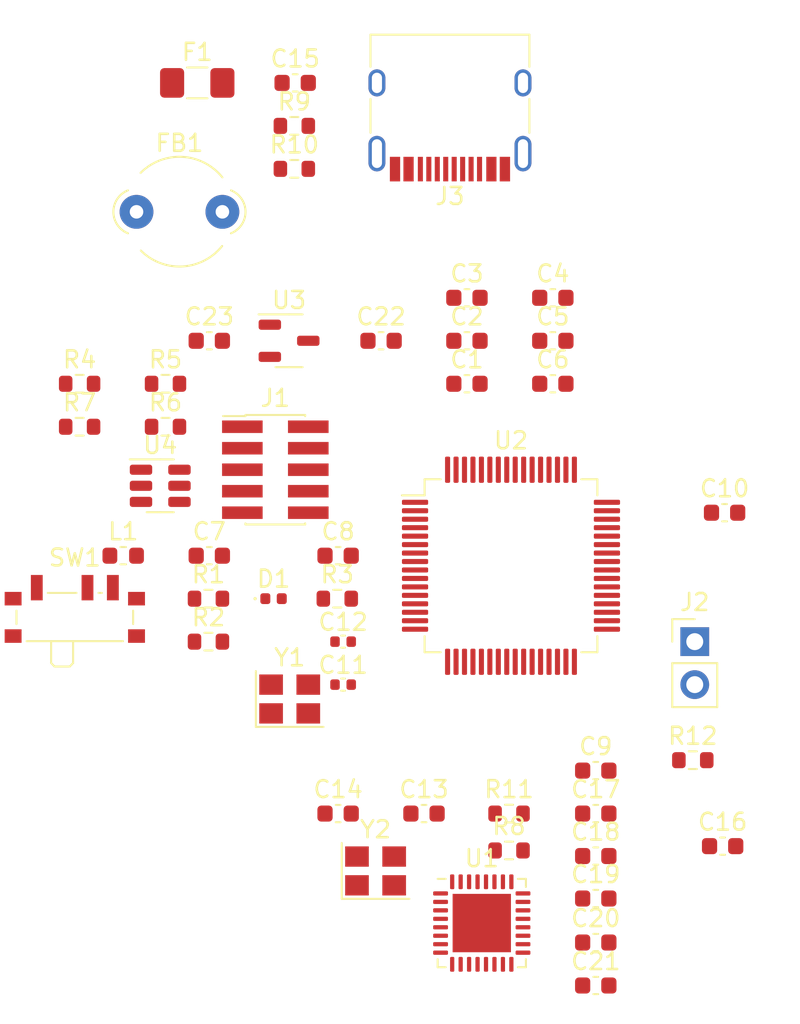
<source format=kicad_pcb>
(kicad_pcb (version 20221018) (generator pcbnew)
  (layers (0 "F.Cu" signal) (31 "B.Cu" signal) (34 "B.Paste" user) (35 "F.Paste" user) (36 "B.SilkS" user "B.Silkscreen") (37 "F.SilkS" user "F.Silkscreen") (38 "B.Mask" user) (39 "F.Mask" user) (44 "Edge.Cuts" user))
  (net 0 "")
  (net 1 "+3V3")
  (net 2 "GND")
  (net 3 "+3.3VA")
  (net 4 "Net-(U2-VCAP_1)")
  (net 5 "Net-(U2-VCAP_2)")
  (net 6 "HSE_IN")
  (net 7 "Net-(C12-Pad1)")
  (net 8 "XI")
  (net 9 "X0")
  (net 10 "+5V")
  (net 11 "Net-(C17-Pad1)")
  (net 12 "Net-(U1-VDDA1.8)")
  (net 13 "Net-(U3-VI)")
  (net 14 "Net-(D1-K)")
  (net 15 "LED_STATUS")
  (net 16 "Net-(F1-Pad2)")
  (net 17 "Net-(J1-Pin_2)")
  (net 18 "Net-(J1-Pin_4)")
  (net 19 "Net-(J1-Pin_6)")
  (net 22 "Net-(J1-Pin_10)")
  (net 23 "USART1_TX")
  (net 24 "USART1_RX")
  (net 25 "Net-(J3-CC1)")
  (net 26 "HS_D+")
  (net 27 "HS_D-")
  (net 28 "Net-(J3-CC2)")
  (net 29 "Net-(SW1-B)")
  (net 30 "BOOT0")
  (net 31 "HSE_OUT")
  (net 32 "NRST")
  (net 33 "SWDIO")
  (net 34 "SWO")
  (net 35 "SWCLK")
  (net 36 "Net-(U1-RBIAS)")
  (net 37 "VBUS")
  (net 41 "ULPI_NXT")
  (net 42 "ULPI_DIR")
  (net 43 "ULPI_STP")
  (net 44 "ULPI_CLK")
  (net 45 "ULPI_D7")
  (net 46 "ULPI_D6")
  (net 47 "ULPI_D5")
  (net 48 "ULPI_D4")
  (net 49 "ULPI_D3")
  (net 50 "ULPI_D2")
  (net 51 "ULPI_D1")
  (net 52 "ULPI_D0")
  (footprint "Package_DFN_QFN:QFN-32-1EP_5x5mm_P0.5mm_EP3.45x3.45mm" (layer "F.Cu") (at 157.5825 133.47)
    (fp_text reference "U1" (at 0 -3.82) (layer "F.SilkS"))
    (fp_text value "USB3300-EZK")
    (fp_line (start -2.61 2.61) (end -2.61 2.135) (stroke (width 0.12)) (layer "F.SilkS"))
    (fp_line (start -2.135 -2.61) (end -2.61 -2.61) (stroke (width 0.12)) (layer "F.SilkS"))
    (fp_line (start -2.135 2.61) (end -2.61 2.61) (stroke (width 0.12)) (layer "F.SilkS"))
    (fp_line (start 2.135 -2.61) (end 2.61 -2.61) (stroke (width 0.12)) (layer "F.SilkS"))
    (fp_line (start 2.135 2.61) (end 2.61 2.61) (stroke (width 0.12)) (layer "F.SilkS"))
    (fp_line (start 2.61 -2.61) (end 2.61 -2.135) (stroke (width 0.12)) (layer "F.SilkS"))
    (fp_line (start 2.61 2.61) (end 2.61 2.135) (stroke (width 0.12)) (layer "F.SilkS"))
    (pad "1" smd roundrect (at -2.4375 -1.75) (size 0.875 0.25) (layers "F.Cu" "F.Paste" "F.Mask") (net 2 "GND"))
    (pad "2" smd roundrect (at -2.4375 -1.25) (size 0.875 0.25) (layers "F.Cu" "F.Paste" "F.Mask") (net 2 "GND"))
    (pad "3" smd roundrect (at -2.4375 -0.75) (size 0.875 0.25) (layers "F.Cu" "F.Paste" "F.Mask"))
    (pad "4" smd roundrect (at -2.4375 -0.25) (size 0.875 0.25) (layers "F.Cu" "F.Paste" "F.Mask") (net 37 "VBUS"))
    (pad "5" smd roundrect (at -2.4375 0.25) (size 0.875 0.25) (layers "F.Cu" "F.Paste" "F.Mask"))
    (pad "6" smd roundrect (at -2.4375 0.75) (size 0.875 0.25) (layers "F.Cu" "F.Paste" "F.Mask") (net 1 "+3V3"))
    (pad "7" smd roundrect (at -2.4375 1.25) (size 0.875 0.25) (layers "F.Cu" "F.Paste" "F.Mask") (net 26 "HS_D+"))
    (pad "8" smd roundrect (at -2.4375 1.75) (size 0.875 0.25) (layers "F.Cu" "F.Paste" "F.Mask") (net 27 "HS_D-"))
    (pad "9" smd roundrect (at -1.75 2.4375) (size 0.25 0.875) (layers "F.Cu" "F.Paste" "F.Mask") (net 2 "GND"))
    (pad "10" smd roundrect (at -1.25 2.4375) (size 0.25 0.875) (layers "F.Cu" "F.Paste" "F.Mask"))
    (pad "11" smd roundrect (at -0.75 2.4375) (size 0.25 0.875) (layers "F.Cu" "F.Paste" "F.Mask") (net 41 "ULPI_NXT"))
    (pad "12" smd roundrect (at -0.25 2.4375) (size 0.25 0.875) (layers "F.Cu" "F.Paste" "F.Mask") (net 42 "ULPI_DIR"))
    (pad "13" smd roundrect (at 0.25 2.4375) (size 0.25 0.875) (layers "F.Cu" "F.Paste" "F.Mask") (net 43 "ULPI_STP"))
    (pad "14" smd roundrect (at 0.75 2.4375) (size 0.25 0.875) (layers "F.Cu" "F.Paste" "F.Mask") (net 44 "ULPI_CLK"))
    (pad "15" smd roundrect (at 1.25 2.4375) (size 0.25 0.875) (layers "F.Cu" "F.Paste" "F.Mask") (net 11 "Net-(C17-Pad1)"))
    (pad "16" smd roundrect (at 1.75 2.4375) (size 0.25 0.875) (layers "F.Cu" "F.Paste" "F.Mask") (net 1 "+3V3"))
    (pad "17" smd roundrect (at 2.4375 1.75) (size 0.875 0.25) (layers "F.Cu" "F.Paste" "F.Mask") (net 45 "ULPI_D7"))
    (pad "18" smd roundrect (at 2.4375 1.25) (size 0.875 0.25) (layers "F.Cu" "F.Paste" "F.Mask") (net 46 "ULPI_D6"))
    (pad "19" smd roundrect (at 2.4375 0.75) (size 0.875 0.25) (layers "F.Cu" "F.Paste" "F.Mask") (net 47 "ULPI_D5"))
    (pad "20" smd roundrect (at 2.4375 0.25) (size 0.875 0.25) (layers "F.Cu" "F.Paste" "F.Mask") (net 48 "ULPI_D4"))
    (pad "21" smd roundrect (at 2.4375 -0.25) (size 0.875 0.25) (layers "F.Cu" "F.Paste" "F.Mask") (net 49 "ULPI_D3"))
    (pad "22" smd roundrect (at 2.4375 -0.75) (size 0.875 0.25) (layers "F.Cu" "F.Paste" "F.Mask") (net 50 "ULPI_D2"))
    (pad "23" smd roundrect (at 2.4375 -1.25) (size 0.875 0.25) (layers "F.Cu" "F.Paste" "F.Mask") (net 51 "ULPI_D1"))
    (pad "24" smd roundrect (at 2.4375 -1.75) (size 0.875 0.25) (layers "F.Cu" "F.Paste" "F.Mask") (net 52 "ULPI_D0"))
    (pad "25" smd roundrect (at 1.75 -2.4375) (size 0.25 0.875) (layers "F.Cu" "F.Paste" "F.Mask") (net 1 "+3V3"))
    (pad "26" smd roundrect (at 1.25 -2.4375) (size 0.25 0.875) (layers "F.Cu" "F.Paste" "F.Mask") (net 11 "Net-(C17-Pad1)"))
    (pad "27" smd roundrect (at 0.75 -2.4375) (size 0.25 0.875) (layers "F.Cu" "F.Paste" "F.Mask") (net 9 "X0"))
    (pad "28" smd roundrect (at 0.25 -2.4375) (size 0.25 0.875) (layers "F.Cu" "F.Paste" "F.Mask") (net 8 "XI"))
    (pad "29" smd roundrect (at -0.25 -2.4375) (size 0.25 0.875) (layers "F.Cu" "F.Paste" "F.Mask") (net 12 "Net-(U1-VDDA1.8)"))
    (pad "30" smd roundrect (at -0.75 -2.4375) (size 0.25 0.875) (layers "F.Cu" "F.Paste" "F.Mask") (net 1 "+3V3"))
    (pad "31" smd roundrect (at -1.25 -2.4375) (size 0.25 0.875) (layers "F.Cu" "F.Paste" "F.Mask") (net 1 "+3V3"))
    (pad "32" smd roundrect (at -1.75 -2.4375) (size 0.25 0.875) (layers "F.Cu" "F.Paste" "F.Mask") (net 36 "Net-(U1-RBIAS)"))
    (pad "33" smd rect (at 0 0) (size 3.45 3.45) (layers "F.Cu" "F.Mask") (net 2 "GND"))
  )
  (footprint "Capacitor_SMD:C_0603_1608Metric" (layer "F.Cu") (at 164.325 127)
    (fp_text reference "C17" (at 0 -1.43) (layer "F.SilkS"))
    (fp_text value "4.7uf")
    (fp_line (start -0.14058 -0.51) (end 0.14058 -0.51) (stroke (width 0.12)) (layer "F.SilkS"))
    (fp_line (start -0.14058 0.51) (end 0.14058 0.51) (stroke (width 0.12)) (layer "F.SilkS"))
    (pad "1" smd roundrect (at -0.775 0) (size 0.9 0.95) (layers "F.Cu" "F.Paste" "F.Mask") (net 11 "Net-(C17-Pad1)"))
    (pad "2" smd roundrect (at 0.775 0) (size 0.9 0.95) (layers "F.Cu" "F.Paste" "F.Mask") (net 2 "GND"))
  )
  (footprint "Resistor_SMD:R_0603_1608Metric" (layer "F.Cu") (at 159.195 129.18)
    (fp_text reference "R8" (at 0 -1.43) (layer "F.SilkS"))
    (fp_text value "1M")
    (fp_line (start -0.237258 -0.5225) (end 0.237258 -0.5225) (stroke (width 0.12)) (layer "F.SilkS"))
    (fp_line (start -0.237258 0.5225) (end 0.237258 0.5225) (stroke (width 0.12)) (layer "F.SilkS"))
    (pad "1" smd roundrect (at -0.825 0) (size 0.8 0.95) (layers "F.Cu" "F.Paste" "F.Mask") (net 9 "X0"))
    (pad "2" smd roundrect (at 0.825 0) (size 0.8 0.95) (layers "F.Cu" "F.Paste" "F.Mask") (net 8 "XI"))
  )
  (footprint "Capacitor_SMD:C_0402_1005Metric" (layer "F.Cu") (at 149.38 116.84)
    (fp_text reference "C12" (at 0 -1.16) (layer "F.SilkS"))
    (fp_text value "12p")
    (fp_line (start -0.107836 -0.36) (end 0.107836 -0.36) (stroke (width 0.12)) (layer "F.SilkS"))
    (fp_line (start -0.107836 0.36) (end 0.107836 0.36) (stroke (width 0.12)) (layer "F.SilkS"))
    (pad "1" smd roundrect (at -0.48 0) (size 0.56 0.62) (layers "F.Cu" "F.Paste" "F.Mask") (net 7 "Net-(C12-Pad1)"))
    (pad "2" smd roundrect (at 0.48 0) (size 0.56 0.62) (layers "F.Cu" "F.Paste" "F.Mask") (net 2 "GND"))
  )
  (footprint "Resistor_SMD:R_0603_1608Metric" (layer "F.Cu") (at 141.415 114.3)
    (fp_text reference "R1" (at 0 -1.43) (layer "F.SilkS"))
    (fp_text value "10K")
    (fp_line (start -0.237258 -0.5225) (end 0.237258 -0.5225) (stroke (width 0.12)) (layer "F.SilkS"))
    (fp_line (start -0.237258 0.5225) (end 0.237258 0.5225) (stroke (width 0.12)) (layer "F.SilkS"))
    (pad "1" smd roundrect (at -0.825 0) (size 0.8 0.95) (layers "F.Cu" "F.Paste" "F.Mask") (net 29 "Net-(SW1-B)"))
    (pad "2" smd roundrect (at 0.825 0) (size 0.8 0.95) (layers "F.Cu" "F.Paste" "F.Mask") (net 30 "BOOT0"))
  )
  (footprint "Crystal:Crystal_SMD_3225-4Pin_3.2x2.5mm" (layer "F.Cu") (at 151.3 130.39)
    (fp_text reference "Y2" (at 0 -2.45) (layer "F.SilkS"))
    (fp_text value "24MHz")
    (fp_line (start -2 -1.65) (end -2 1.65) (stroke (width 0.12)) (layer "F.SilkS"))
    (fp_line (start -2 1.65) (end 2 1.65) (stroke (width 0.12)) (layer "F.SilkS"))
    (pad "1" smd rect (at -1.1 0.85) (size 1.4 1.2) (layers "F.Cu" "F.Paste" "F.Mask") (net 8 "XI"))
    (pad "2" smd rect (at 1.1 0.85) (size 1.4 1.2) (layers "F.Cu" "F.Paste" "F.Mask") (net 2 "GND"))
    (pad "3" smd rect (at 1.1 -0.85) (size 1.4 1.2) (layers "F.Cu" "F.Paste" "F.Mask") (net 9 "X0"))
    (pad "4" smd rect (at -1.1 -0.85) (size 1.4 1.2) (layers "F.Cu" "F.Paste" "F.Mask") (net 2 "GND"))
  )
  (footprint "Resistor_SMD:R_0603_1608Metric" (layer "F.Cu") (at 141.415 116.84)
    (fp_text reference "R2" (at 0 -1.43) (layer "F.SilkS"))
    (fp_text value "47")
    (fp_line (start -0.237258 -0.5225) (end 0.237258 -0.5225) (stroke (width 0.12)) (layer "F.SilkS"))
    (fp_line (start -0.237258 0.5225) (end 0.237258 0.5225) (stroke (width 0.12)) (layer "F.SilkS"))
    (pad "1" smd roundrect (at -0.825 0) (size 0.8 0.95) (layers "F.Cu" "F.Paste" "F.Mask") (net 7 "Net-(C12-Pad1)"))
    (pad "2" smd roundrect (at 0.825 0) (size 0.8 0.95) (layers "F.Cu" "F.Paste" "F.Mask") (net 31 "HSE_OUT"))
  )
  (footprint "Ferrite_THT:LairdTech_28C0236-0JW-10" (layer "F.Cu") (at 137.16 91.44)
    (fp_text reference "FB1" (at 2.54 -4.064) (layer "F.SilkS"))
    (fp_text value "FerriteBead 100@100Mhz")
    (fp_arc (start -0.508 1.27) (mid -1.367832 0) (end -0.508 -1.27) (stroke (width 0.12)) (layer "F.SilkS"))
    (fp_arc (start 0.239932 -2.300068) (mid 2.71988 -3.24781) (end 5.08 -2.032) (stroke (width 0.12)) (layer "F.SilkS"))
    (fp_arc (start 5.064465 2.019572) (mid 2.71878 3.227946) (end 0.254 2.286) (stroke (width 0.12)) (layer "F.SilkS"))
    (fp_arc (start 5.588 -1.27) (mid 6.447832 0) (end 5.588 1.27) (stroke (width 0.12)) (layer "F.SilkS"))
    (pad "1" thru_hole circle (at 0 0) (size 2 2) (drill 0.8) (layers "*.Cu" "*.Mask") (net 16 "Net-(F1-Pad2)"))
    (pad "2" thru_hole circle (at 5.08 0) (size 2 2) (drill 0.8) (layers "*.Cu" "*.Mask") (net 13 "Net-(U3-VI)"))
  )
  (footprint "Capacitor_SMD:C_0402_1005Metric" (layer "F.Cu") (at 149.38 119.38)
    (fp_text reference "C11" (at 0 -1.16) (layer "F.SilkS"))
    (fp_text value "12p")
    (fp_line (start -0.107836 -0.36) (end 0.107836 -0.36) (stroke (width 0.12)) (layer "F.SilkS"))
    (fp_line (start -0.107836 0.36) (end 0.107836 0.36) (stroke (width 0.12)) (layer "F.SilkS"))
    (pad "1" smd roundrect (at -0.48 0) (size 0.56 0.62) (layers "F.Cu" "F.Paste" "F.Mask") (net 6 "HSE_IN"))
    (pad "2" smd roundrect (at 0.48 0) (size 0.56 0.62) (layers "F.Cu" "F.Paste" "F.Mask") (net 2 "GND"))
  )
  (footprint "Resistor_SMD:R_0603_1608Metric" (layer "F.Cu") (at 138.875 101.6)
    (fp_text reference "R5" (at 0 -1.43) (layer "F.SilkS"))
    (fp_text value "22")
    (fp_line (start -0.237258 -0.5225) (end 0.237258 -0.5225) (stroke (width 0.12)) (layer "F.SilkS"))
    (fp_line (start -0.237258 0.5225) (end 0.237258 0.5225) (stroke (width 0.12)) (layer "F.SilkS"))
    (pad "1" smd roundrect (at -0.825 0) (size 0.8 0.95) (layers "F.Cu" "F.Paste" "F.Mask") (net 17 "Net-(J1-Pin_2)"))
    (pad "2" smd roundrect (at 0.825 0) (size 0.8 0.95) (layers "F.Cu" "F.Paste" "F.Mask") (net 33 "SWDIO"))
  )
  (footprint "Capacitor_SMD:C_0603_1608Metric" (layer "F.Cu") (at 154.165 127)
    (fp_text reference "C13" (at 0 -1.43) (layer "F.SilkS"))
    (fp_text value "18p")
    (fp_line (start -0.14058 -0.51) (end 0.14058 -0.51) (stroke (width 0.12)) (layer "F.SilkS"))
    (fp_line (start -0.14058 0.51) (end 0.14058 0.51) (stroke (width 0.12)) (layer "F.SilkS"))
    (pad "1" smd roundrect (at -0.775 0) (size 0.9 0.95) (layers "F.Cu" "F.Paste" "F.Mask") (net 8 "XI"))
    (pad "2" smd roundrect (at 0.775 0) (size 0.9 0.95) (layers "F.Cu" "F.Paste" "F.Mask") (net 2 "GND"))
  )
  (footprint "Capacitor_SMD:C_0603_1608Metric" (layer "F.Cu") (at 141.465 111.76)
    (fp_text reference "C7" (at 0 -1.43) (layer "F.SilkS"))
    (fp_text value "1u")
    (fp_line (start -0.14058 -0.51) (end 0.14058 -0.51) (stroke (width 0.12)) (layer "F.SilkS"))
    (fp_line (start -0.14058 0.51) (end 0.14058 0.51) (stroke (width 0.12)) (layer "F.SilkS"))
    (pad "1" smd roundrect (at -0.775 0) (size 0.9 0.95) (layers "F.Cu" "F.Paste" "F.Mask") (net 3 "+3.3VA"))
    (pad "2" smd roundrect (at 0.775 0) (size 0.9 0.95) (layers "F.Cu" "F.Paste" "F.Mask") (net 2 "GND"))
  )
  (footprint "Connector_USB:USB_C_Receptacle_HRO_TYPE-C-31-M-12" (layer "F.Cu") (at 155.7 84.87 180)
    (fp_text reference "J3" (at 0 -5.645) (layer "F.SilkS"))
    (fp_text value "USB_C_Receptacle_USB2.0_14P")
    (fp_line (start -4.7 -1.9) (end -4.7 0.1) (stroke (width 0.12)) (layer "F.SilkS"))
    (fp_line (start -4.7 2) (end -4.7 3.9) (stroke (width 0.12)) (layer "F.SilkS"))
    (fp_line (start -4.7 3.9) (end 4.7 3.9) (stroke (width 0.12)) (layer "F.SilkS"))
    (fp_line (start 4.7 -1.9) (end 4.7 0.1) (stroke (width 0.12)) (layer "F.SilkS"))
    (fp_line (start 4.7 2) (end 4.7 3.9) (stroke (width 0.12)) (layer "F.SilkS"))
    (pad "" np_thru_hole circle (at -2.89 -2.6 180) (size 0.65 0.65) (drill 0.65) (layers "*.Cu" "*.Mask"))
    (pad "" np_thru_hole circle (at 2.89 -2.6 180) (size 0.65 0.65) (drill 0.65) (layers "*.Cu" "*.Mask"))
    (pad "A1" smd rect (at -3.25 -4.045 180) (size 0.6 1.45) (layers "F.Cu" "F.Paste" "F.Mask") (net 2 "GND"))
    (pad "A4" smd rect (at -2.45 -4.045 180) (size 0.6 1.45) (layers "F.Cu" "F.Paste" "F.Mask") (net 10 "+5V"))
    (pad "A5" smd rect (at -1.25 -4.045 180) (size 0.3 1.45) (layers "F.Cu" "F.Paste" "F.Mask") (net 25 "Net-(J3-CC1)"))
    (pad "A6" smd rect (at -0.25 -4.045 180) (size 0.3 1.45) (layers "F.Cu" "F.Paste" "F.Mask") (net 26 "HS_D+"))
    (pad "A7" smd rect (at 0.25 -4.045 180) (size 0.3 1.45) (layers "F.Cu" "F.Paste" "F.Mask") (net 27 "HS_D-"))
    (pad "A8" smd rect (at 1.25 -4.045 180) (size 0.3 1.45) (layers "F.Cu" "F.Paste" "F.Mask"))
    (pad "A9" smd rect (at 2.45 -4.045 180) (size 0.6 1.45) (layers "F.Cu" "F.Paste" "F.Mask") (net 10 "+5V"))
    (pad "A12" smd rect (at 3.25 -4.045 180) (size 0.6 1.45) (layers "F.Cu" "F.Paste" "F.Mask") (net 2 "GND"))
    (pad "B1" smd rect (at 3.25 -4.045 180) (size 0.6 1.45) (layers "F.Cu" "F.Paste" "F.Mask") (net 2 "GND"))
    (pad "B4" smd rect (at 2.45 -4.045 180) (size 0.6 1.45) (layers "F.Cu" "F.Paste" "F.Mask") (net 10 "+5V"))
    (pad "B5" smd rect (at 1.75 -4.045 180) (size 0.3 1.45) (layers "F.Cu" "F.Paste" "F.Mask") (net 28 "Net-(J3-CC2)"))
    (pad "B6" smd rect (at 0.75 -4.045 180) (size 0.3 1.45) (layers "F.Cu" "F.Paste" "F.Mask") (net 26 "HS_D+"))
    (pad "B7" smd rect (at -0.75 -4.045 180) (size 0.3 1.45) (layers "F.Cu" "F.Paste" "F.Mask") (net 27 "HS_D-"))
    (pad "B8" smd rect (at -1.75 -4.045 180) (size 0.3 1.45) (layers "F.Cu" "F.Paste" "F.Mask"))
    (pad "B9" smd rect (at -2.45 -4.045 180) (size 0.6 1.45) (layers "F.Cu" "F.Paste" "F.Mask") (net 10 "+5V"))
    (pad "B12" smd rect (at -3.25 -4.045 180) (size 0.6 1.45) (layers "F.Cu" "F.Paste" "F.Mask") (net 2 "GND"))
    (pad "S1" thru_hole oval (at -4.32 -3.13 180) (size 1 2.1) (drill oval 0.6 1.7) (layers "*.Cu" "*.Mask") (net 2 "GND"))
    (pad "S1" thru_hole oval (at -4.32 1.05 180) (size 1 1.6) (drill oval 0.6 1.2) (layers "*.Cu" "*.Mask") (net 2 "GND"))
    (pad "S1" thru_hole oval (at 4.32 -3.13 180) (size 1 2.1) (drill oval 0.6 1.7) (layers "*.Cu" "*.Mask") (net 2 "GND"))
    (pad "S1" thru_hole oval (at 4.32 1.05 180) (size 1 1.6) (drill oval 0.6 1.2) (layers "*.Cu" "*.Mask") (net 2 "GND"))
  )
  (footprint "Package_QFP:LQFP-64_10x10mm_P0.5mm" (layer "F.Cu") (at 159.31 112.355)
    (fp_text reference "U2" (at 0 -7.4) (layer "F.SilkS"))
    (fp_text value "STM32F405RGT6")
    (fp_line (start -5.11 -5.11) (end -5.11 -4.16) (stroke (width 0.12)) (layer "F.SilkS"))
    (fp_line (start -5.11 -4.16) (end -6.45 -4.16) (stroke (width 0.12)) (layer "F.SilkS"))
    (fp_line (start -5.11 5.11) (end -5.11 4.16) (stroke (width 0.12)) (layer "F.SilkS"))
    (fp_line (start -4.16 -5.11) (end -5.11 -5.11) (stroke (width 0.12)) (layer "F.SilkS"))
    (fp_line (start -4.16 5.11) (end -5.11 5.11) (stroke (width 0.12)) (layer "F.SilkS"))
    (fp_line (start 4.16 -5.11) (end 5.11 -5.11) (stroke (width 0.12)) (layer "F.SilkS"))
    (fp_line (start 4.16 5.11) (end 5.11 5.11) (stroke (width 0.12)) (layer "F.SilkS"))
    (fp_line (start 5.11 -5.11) (end 5.11 -4.16) (stroke (width 0.12)) (layer "F.SilkS"))
    (fp_line (start 5.11 5.11) (end 5.11 4.16) (stroke (width 0.12)) (layer "F.SilkS"))
    (pad "1" smd roundrect (at -5.675 -3.75) (size 1.55 0.3) (layers "F.Cu" "F.Paste" "F.Mask") (net 1 "+3V3"))
    (pad "2" smd roundrect (at -5.675 -3.25) (size 1.55 0.3) (layers "F.Cu" "F.Paste" "F.Mask"))
    (pad "3" smd roundrect (at -5.675 -2.75) (size 1.55 0.3) (layers "F.Cu" "F.Paste" "F.Mask"))
    (pad "4" smd roundrect (at -5.675 -2.25) (size 1.55 0.3) (layers "F.Cu" "F.Paste" "F.Mask"))
    (pad "5" smd roundrect (at -5.675 -1.75) (size 1.55 0.3) (layers "F.Cu" "F.Paste" "F.Mask") (net 6 "HSE_IN"))
    (pad "6" smd roundrect (at -5.675 -1.25) (size 1.55 0.3) (layers "F.Cu" "F.Paste" "F.Mask") (net 31 "HSE_OUT"))
    (pad "7" smd roundrect (at -5.675 -0.75) (size 1.55 0.3) (layers "F.Cu" "F.Paste" "F.Mask") (net 32 "NRST"))
    (pad "8" smd roundrect (at -5.675 -0.25) (size 1.55 0.3) (layers "F.Cu" "F.Paste" "F.Mask") (net 43 "ULPI_STP"))
    (pad "9" smd roundrect (at -5.675 0.25) (size 1.55 0.3) (layers "F.Cu" "F.Paste" "F.Mask"))
    (pad "10" smd roundrect (at -5.675 0.75) (size 1.55 0.3) (layers "F.Cu" "F.Paste" "F.Mask") (net 42 "ULPI_DIR"))
    (pad "11" smd roundrect (at -5.675 1.25) (size 1.55 0.3) (layers "F.Cu" "F.Paste" "F.Mask") (net 41 "ULPI_NXT"))
    (pad "12" smd roundrect (at -5.675 1.75) (size 1.55 0.3) (layers "F.Cu" "F.Paste" "F.Mask") (net 2 "GND"))
    (pad "13" smd roundrect (at -5.675 2.25) (size 1.55 0.3) (layers "F.Cu" "F.Paste" "F.Mask") (net 3 "+3.3VA"))
    (pad "14" smd roundrect (at -5.675 2.75) (size 1.55 0.3) (layers "F.Cu" "F.Paste" "F.Mask") (net 15 "LED_STATUS"))
    (pad "15" smd roundrect (at -5.675 3.25) (size 1.55 0.3) (layers "F.Cu" "F.Paste" "F.Mask"))
    (pad "16" smd roundrect (at -5.675 3.75) (size 1.55 0.3) (layers "F.Cu" "F.Paste" "F.Mask"))
    (pad "17" smd roundrect (at -3.75 5.675) (size 0.3 1.55) (layers "F.Cu" "F.Paste" "F.Mask") (net 52 "ULPI_D0"))
    (pad "18" smd roundrect (at -3.25 5.675) (size 0.3 1.55) (layers "F.Cu" "F.Paste" "F.Mask") (net 2 "GND"))
    (pad "19" smd roundrect (at -2.75 5.675) (size 0.3 1.55) (layers "F.Cu" "F.Paste" "F.Mask") (net 1 "+3V3"))
    (pad "20" smd roundrect (at -2.25 5.675) (size 0.3 1.55) (layers "F.Cu" "F.Paste" "F.Mask"))
    (pad "21" smd roundrect (at -1.75 5.675) (size 0.3 1.55) (layers "F.Cu" "F.Paste" "F.Mask") (net 44 "ULPI_CLK"))
    (pad "22" smd roundrect (at -1.25 5.675) (size 0.3 1.55) (layers "F.Cu" "F.Paste" "F.Mask"))
    (pad "23" smd roundrect (at -0.75 5.675) (size 0.3 1.55) (layers "F.Cu" "F.Paste" "F.Mask"))
    (pad "24" smd roundrect (at -0.25 5.675) (size 0.3 1.55) (layers "F.Cu" "F.Paste" "F.Mask"))
    (pad "25" smd roundrect (at 0.25 5.675) (size 0.3 1.55) (layers "F.Cu" "F.Paste" "F.Mask"))
    (pad "26" smd roundrect (at 0.75 5.675) (size 0.3 1.55) (layers "F.Cu" "F.Paste" "F.Mask") (net 51 "ULPI_D1"))
    (pad "27" smd roundrect (at 1.25 5.675) (size 0.3 1.55) (layers "F.Cu" "F.Paste" "F.Mask") (net 50 "ULPI_D2"))
    (pad "28" smd roundrect (at 1.75 5.675) (size 0.3 1.55) (layers "F.Cu" "F.Paste" "F.Mask"))
    (pad "29" smd roundrect (at 2.25 5.675) (size 0.3 1.55) (layers "F.Cu" "F.Paste" "F.Mask") (net 49 "ULPI_D3"))
    (pad "30" smd roundrect (at 2.75 5.675) (size 0.3 1.55) (layers "F.Cu" "F.Paste" "F.Mask") (net 48 "ULPI_D4"))
    (pad "31" smd roundrect (at 3.25 5.675) (size 0.3 1.55) (layers "F.Cu" "F.Paste" "F.Mask") (net 4 "Net-(U2-VCAP_1)"))
    (pad "32" smd roundrect (at 3.75 5.675) (size 0.3 1.55) (layers "F.Cu" "F.Paste" "F.Mask") (net 1 "+3V3"))
    (pad "33" smd roundrect (at 5.675 3.75) (size 1.55 0.3) (layers "F.Cu" "F.Paste" "F.Mask") (net 47 "ULPI_D5"))
    (pad "34" smd roundrect (at 5.675 3.25) (size 1.55 0.3) (layers "F.Cu" "F.Paste" "F.Mask") (net 46 "ULPI_D6"))
    (pad "35" smd roundrect (at 5.675 2.75) (size 1.55 0.3) (layers "F.Cu" "F.Paste" "F.Mask"))
    (pad "36" smd roundrect (at 5.675 2.25) (size 1.55 0.3) (layers "F.Cu" "F.Paste" "F.Mask"))
    (pad "37" smd roundrect (at 5.675 1.75) (size 1.55 0.3) (layers "F.Cu" "F.Paste" "F.Mask"))
    (pad "38" smd roundrect (at 5.675 1.25) (size 1.55 0.3) (layers "F.Cu" "F.Paste" "F.Mask"))
    (pad "39" smd roundrect (at 5.675 0.75) (size 1.55 0.3) (layers "F.Cu" "F.Paste" "F.Mask"))
    (pad "40" smd roundrect (at 5.675 0.25) (size 1.55 0.3) (layers "F.Cu" "F.Paste" "F.Mask"))
    (pad "41" smd roundrect (at 5.675 -0.25) (size 1.55 0.3) (layers "F.Cu" "F.Paste" "F.Mask"))
    (pad "42" smd roundrect (at 5.675 -0.75) (size 1.55 0.3) (layers "F.Cu" "F.Paste" "F.Mask") (net 23 "USART1_TX"))
    (pad "43" smd roundrect (at 5.675 -1.25) (size 1.55 0.3) (layers "F.Cu" "F.Paste" "F.Mask") (net 24 "USART1_RX"))
    (pad "44" smd roundrect (at 5.675 -1.75) (size 1.55 0.3) (layers "F.Cu" "F.Paste" "F.Mask"))
    (pad "45" smd roundrect (at 5.675 -2.25) (size 1.55 0.3) (layers "F.Cu" "F.Paste" "F.Mask"))
    (pad "46" smd roundrect (at 5.675 -2.75) (size 1.55 0.3) (layers "F.Cu" "F.Paste" "F.Mask") (net 33 "SWDIO"))
    (pad "47" smd roundrect (at 5.675 -3.25) (size 1.55 0.3) (layers "F.Cu" "F.Paste" "F.Mask") (net 5 "Net-(U2-VCAP_2)"))
    (pad "48" smd roundrect (at 5.675 -3.75) (size 1.55 0.3) (layers "F.Cu" "F.Paste" "F.Mask") (net 1 "+3V3"))
    (pad "49" smd roundrect (at 3.75 -5.675) (size 0.3 1.55) (layers "F.Cu" "F.Paste" "F.Mask") (net 35 "SWCLK"))
    (pad "50" smd roundrect (at 3.25 -5.675) (size 0.3 1.55) (layers "F.Cu" "F.Paste" "F.Mask"))
    (pad "51" smd roundrect (at 2.75 -5.675) (size 0.3 1.55) (layers "F.Cu" "F.Paste" "F.Mask"))
    (pad "52" smd roundrect (at 2.25 -5.675) (size 0.3 1.55) (layers "F.Cu" "F.Paste" "F.Mask"))
    (pad "53" smd roundrect (at 1.75 -5.675) (size 0.3 1.55) (layers "F.Cu" "F.Paste" "F.Mask"))
    (pad "54" smd roundrect (at 1.25 -5.675) (size 0.3 1.55) (layers "F.Cu" "F.Paste" "F.Mask"))
    (pad "55" smd roundrect (at 0.75 -5.675) (size 0.3 1.55) (layers "F.Cu" "F.Paste" "F.Mask") (net 34 "SWO"))
    (pad "56" smd roundrect (at 0.25 -5.675) (size 0.3 1.55) (layers "F.Cu" "F.Paste" "F.Mask"))
    (pad "57" smd roundrect (at -0.25 -5.675) (size 0.3 1.55) (layers "F.Cu" "F.Paste" "F.Mask") (net 45 "ULPI_D7"))
    (pad "58" smd roundrect (at -0.75 -5.675) (size 0.3 1.55) (layers "F.Cu" "F.Paste" "F.Mask"))
    (pad "59" smd roundrect (at -1.25 -5.675) (size 0.3 1.55) (layers "F.Cu" "F.Paste" "F.Mask"))
    (pad "60" smd roundrect (at -1.75 -5.675) (size 0.3 1.55) (layers "F.Cu" "F.Paste" "F.Mask") (net 30 "BOOT0"))
    (pad "61" smd roundrect (at -2.25 -5.675) (size 0.3 1.55) (layers "F.Cu" "F.Paste" "F.Mask"))
    (pad "62" smd roundrect (at -2.75 -5.675) (size 0.3 1.55) (layers "F.Cu" "F.Paste" "F.Mask"))
    (pad "63" smd roundrect (at -3.25 -5.675) (size 0.3 1.55) (layers "F.Cu" "F.Paste" "F.Mask") (net 2 "GND"))
    (pad "64" smd roundrect (at -3.75 -5.675) (size 0.3 1.55) (layers "F.Cu" "F.Paste" "F.Mask") (net 1 "+3V3"))
  )
  (footprint "Resistor_SMD:R_0603_1608Metric" (layer "F.Cu") (at 149.035 114.3)
    (fp_text reference "R3" (at 0 -1.43) (layer "F.SilkS"))
    (fp_text value "1k5")
    (fp_line (start -0.237258 -0.5225) (end 0.237258 -0.5225) (stroke (width 0.12)) (layer "F.SilkS"))
    (fp_line (start -0.237258 0.5225) (end 0.237258 0.5225) (stroke (width 0.12)) (layer "F.SilkS"))
    (pad "1" smd roundrect (at -0.825 0) (size 0.8 0.95) (layers "F.Cu" "F.Paste" "F.Mask") (net 14 "Net-(D1-K)"))
    (pad "2" smd roundrect (at 0.825 0) (size 0.8 0.95) (layers "F.Cu" "F.Paste" "F.Mask") (net 2 "GND"))
  )
  (footprint "Capacitor_SMD:C_0603_1608Metric" (layer "F.Cu") (at 156.705 96.52)
    (fp_text reference "C3" (at 0 -1.43) (layer "F.SilkS"))
    (fp_text value "100n")
    (fp_line (start -0.14058 -0.51) (end 0.14058 -0.51) (stroke (width 0.12)) (layer "F.SilkS"))
    (fp_line (start -0.14058 0.51) (end 0.14058 0.51) (stroke (width 0.12)) (layer "F.SilkS"))
    (pad "1" smd roundrect (at -0.775 0) (size 0.9 0.95) (layers "F.Cu" "F.Paste" "F.Mask") (net 1 "+3V3"))
    (pad "2" smd roundrect (at 0.775 0) (size 0.9 0.95) (layers "F.Cu" "F.Paste" "F.Mask") (net 2 "GND"))
  )
  (footprint "Capacitor_SMD:C_0603_1608Metric" (layer "F.Cu") (at 149.085 127)
    (fp_text reference "C14" (at 0 -1.43) (layer "F.SilkS"))
    (fp_text value "18p")
    (fp_line (start -0.14058 -0.51) (end 0.14058 -0.51) (stroke (width 0.12)) (layer "F.SilkS"))
    (fp_line (start -0.14058 0.51) (end 0.14058 0.51) (stroke (width 0.12)) (layer "F.SilkS"))
    (pad "1" smd roundrect (at -0.775 0) (size 0.9 0.95) (layers "F.Cu" "F.Paste" "F.Mask") (net 9 "X0"))
    (pad "2" smd roundrect (at 0.775 0) (size 0.9 0.95) (layers "F.Cu" "F.Paste" "F.Mask") (net 2 "GND"))
  )
  (footprint "Resistor_SMD:R_0603_1608Metric" (layer "F.Cu") (at 170.065 123.845)
    (fp_text reference "R12" (at 0 -1.43) (layer "F.SilkS"))
    (fp_text value "510R")
    (fp_line (start -0.237258 -0.5225) (end 0.237258 -0.5225) (stroke (width 0.12)) (layer "F.SilkS"))
    (fp_line (start -0.237258 0.5225) (end 0.237258 0.5225) (stroke (width 0.12)) (layer "F.SilkS"))
    (pad "1" smd roundrect (at -0.825 0) (size 0.8 0.95) (layers "F.Cu" "F.Paste" "F.Mask") (net 10 "+5V"))
    (pad "2" smd roundrect (at 0.825 0) (size 0.8 0.95) (layers "F.Cu" "F.Paste" "F.Mask") (net 37 "VBUS"))
  )
  (footprint "Package_TO_SOT_SMD:SOT-23-3" (layer "F.Cu") (at 146.1825 99.06)
    (fp_text reference "U3" (at 0 -2.4) (layer "F.SilkS"))
    (fp_text value "XC6206PxxxMR")
    (fp_line (start 0 -1.56) (end -1.8 -1.56) (stroke (width 0.12)) (layer "F.SilkS"))
    (fp_line (start 0 -1.56) (end 0.8 -1.56) (stroke (width 0.12)) (layer "F.SilkS"))
    (fp_line (start 0 1.56) (end -0.8 1.56) (stroke (width 0.12)) (layer "F.SilkS"))
    (fp_line (start 0 1.56) (end 0.8 1.56) (stroke (width 0.12)) (layer "F.SilkS"))
    (pad "1" smd roundrect (at -1.1375 -0.95) (size 1.325 0.6) (layers "F.Cu" "F.Paste" "F.Mask") (net 2 "GND"))
    (pad "2" smd roundrect (at -1.1375 0.95) (size 1.325 0.6) (layers "F.Cu" "F.Paste" "F.Mask") (net 1 "+3V3"))
    (pad "3" smd roundrect (at 1.1375 0) (size 1.325 0.6) (layers "F.Cu" "F.Paste" "F.Mask") (net 13 "Net-(U3-VI)"))
  )
  (footprint "LED_SMD:LED_0402_1005Metric" (layer "F.Cu") (at 145.265 114.3)
    (fp_text reference "D1" (at 0 -1.17) (layer "F.SilkS"))
    (fp_text value "LED")
    (fp_circle (center -1.09 0) (end -1.04 0) (stroke (width 0.1)) (fill none) (layer "F.SilkS"))
    (pad "1" smd roundrect (at -0.485 0) (size 0.59 0.64) (layers "F.Cu" "F.Paste" "F.Mask") (net 14 "Net-(D1-K)"))
    (pad "2" smd roundrect (at 0.485 0) (size 0.59 0.64) (layers "F.Cu" "F.Paste" "F.Mask") (net 15 "LED_STATUS"))
  )
  (footprint "Capacitor_SMD:C_0603_1608Metric" (layer "F.Cu") (at 164.325 129.51)
    (fp_text reference "C18" (at 0 -1.43) (layer "F.SilkS"))
    (fp_text value "0.1uf")
    (fp_line (start -0.14058 -0.51) (end 0.14058 -0.51) (stroke (width 0.12)) (layer "F.SilkS"))
    (fp_line (start -0.14058 0.51) (end 0.14058 0.51) (stroke (width 0.12)) (layer "F.SilkS"))
    (pad "1" smd roundrect (at -0.775 0) (size 0.9 0.95) (layers "F.Cu" "F.Paste" "F.Mask") (net 11 "Net-(C17-Pad1)"))
    (pad "2" smd roundrect (at 0.775 0) (size 0.9 0.95) (layers "F.Cu" "F.Paste" "F.Mask") (net 2 "GND"))
  )
  (footprint "Capacitor_SMD:C_0603_1608Metric" (layer "F.Cu") (at 156.705 99.06)
    (fp_text reference "C2" (at 0 -1.43) (layer "F.SilkS"))
    (fp_text value "100n")
    (fp_line (start -0.14058 -0.51) (end 0.14058 -0.51) (stroke (width 0.12)) (layer "F.SilkS"))
    (fp_line (start -0.14058 0.51) (end 0.14058 0.51) (stroke (width 0.12)) (layer "F.SilkS"))
    (pad "1" smd roundrect (at -0.775 0) (size 0.9 0.95) (layers "F.Cu" "F.Paste" "F.Mask") (net 1 "+3V3"))
    (pad "2" smd roundrect (at 0.775 0) (size 0.9 0.95) (layers "F.Cu" "F.Paste" "F.Mask") (net 2 "GND"))
  )
  (footprint "Fuse:Fuse_1206_3216Metric_Pad1.42x1.75mm_HandSolder" (layer "F.Cu") (at 140.7525 83.82)
    (fp_text reference "F1" (at 0 -1.82) (layer "F.SilkS"))
    (fp_text value "Fuse")
    (fp_line (start -0.602064 -0.91) (end 0.602064 -0.91) (stroke (width 0.12)) (layer "F.SilkS"))
    (fp_line (start -0.602064 0.91) (end 0.602064 0.91) (stroke (width 0.12)) (layer "F.SilkS"))
    (pad "1" smd roundrect (at -1.4875 0) (size 1.425 1.75) (layers "F.Cu" "F.Paste" "F.Mask") (roundrect_rratio 0.175439) (net 10 "+5V"))
    (pad "2" smd roundrect (at 1.4875 0) (size 1.425 1.75) (layers "F.Cu" "F.Paste" "F.Mask") (roundrect_rratio 0.175439) (net 16 "Net-(F1-Pad2)"))
  )
  (footprint "Capacitor_SMD:C_0603_1608Metric" (layer "F.Cu") (at 151.625 99.06)
    (fp_text reference "C22" (at 0 -1.43) (layer "F.SilkS"))
    (fp_text value "10u")
    (fp_line (start -0.14058 -0.51) (end 0.14058 -0.51) (stroke (width 0.12)) (layer "F.SilkS"))
    (fp_line (start -0.14058 0.51) (end 0.14058 0.51) (stroke (width 0.12)) (layer "F.SilkS"))
    (pad "1" smd roundrect (at -0.775 0) (size 0.9 0.95) (layers "F.Cu" "F.Paste" "F.Mask") (net 1 "+3V3"))
    (pad "2" smd roundrect (at 0.775 0) (size 0.9 0.95) (layers "F.Cu" "F.Paste" "F.Mask") (net 2 "GND"))
  )
  (footprint "Resistor_SMD:R_0603_1608Metric" (layer "F.Cu") (at 159.195 127)
    (fp_text reference "R11" (at 0 -1.43) (layer "F.SilkS"))
    (fp_text value "12k")
    (fp_line (start -0.237258 -0.5225) (end 0.237258 -0.5225) (stroke (width 0.12)) (layer "F.SilkS"))
    (fp_line (start -0.237258 0.5225) (end 0.237258 0.5225) (stroke (width 0.12)) (layer "F.SilkS"))
    (pad "1" smd roundrect (at -0.825 0) (size 0.8 0.95) (layers "F.Cu" "F.Paste" "F.Mask") (net 36 "Net-(U1-RBIAS)"))
    (pad "2" smd roundrect (at 0.825 0) (size 0.8 0.95) (layers "F.Cu" "F.Paste" "F.Mask") (net 2 "GND"))
  )
  (footprint "Resistor_SMD:R_0603_1608Metric" (layer "F.Cu") (at 133.795 101.6)
    (fp_text reference "R4" (at 0 -1.43) (layer "F.SilkS"))
    (fp_text value "22")
    (fp_line (start -0.237258 -0.5225) (end 0.237258 -0.5225) (stroke (width 0.12)) (layer "F.SilkS"))
    (fp_line (start -0.237258 0.5225) (end 0.237258 0.5225) (stroke (width 0.12)) (layer "F.SilkS"))
    (pad "1" smd roundrect (at -0.825 0) (size 0.8 0.95) (layers "F.Cu" "F.Paste" "F.Mask") (net 32 "NRST"))
    (pad "2" smd roundrect (at 0.825 0) (size 0.8 0.95) (layers "F.Cu" "F.Paste" "F.Mask") (net 22 "Net-(J1-Pin_10)"))
  )
  (footprint "Capacitor_SMD:C_0603_1608Metric" (layer "F.Cu") (at 171.83 128.925)
    (fp_text reference "C16" (at 0 -1.43) (layer "F.SilkS"))
    (fp_text value "4.7uf")
    (fp_line (start -0.14058 -0.51) (end 0.14058 -0.51) (stroke (width 0.12)) (layer "F.SilkS"))
    (fp_line (start -0.14058 0.51) (end 0.14058 0.51) (stroke (width 0.12)) (layer "F.SilkS"))
    (pad "1" smd roundrect (at -0.775 0) (size 0.9 0.95) (layers "F.Cu" "F.Paste" "F.Mask") (net 10 "+5V"))
    (pad "2" smd roundrect (at 0.775 0) (size 0.9 0.95) (layers "F.Cu" "F.Paste" "F.Mask") (net 2 "GND"))
  )
  (footprint "Crystal:Crystal_SMD_3225-4Pin_3.2x2.5mm" (layer "F.Cu") (at 146.22 120.23)
    (fp_text reference "Y1" (at 0 -2.45) (layer "F.SilkS"))
    (fp_text value "16MHz")
    (fp_line (start -2 -1.65) (end -2 1.65) (stroke (width 0.12)) (layer "F.SilkS"))
    (fp_line (start -2 1.65) (end 2 1.65) (stroke (width 0.12)) (layer "F.SilkS"))
    (pad "1" smd rect (at -1.1 0.85) (size 1.4 1.2) (layers "F.Cu" "F.Paste" "F.Mask") (net 6 "HSE_IN"))
    (pad "2" smd rect (at 1.1 0.85) (size 1.4 1.2) (layers "F.Cu" "F.Paste" "F.Mask") (net 2 "GND"))
    (pad "3" smd rect (at 1.1 -0.85) (size 1.4 1.2) (layers "F.Cu" "F.Paste" "F.Mask") (net 7 "Net-(C12-Pad1)"))
    (pad "4" smd rect (at -1.1 -0.85) (size 1.4 1.2) (layers "F.Cu" "F.Paste" "F.Mask") (net 2 "GND"))
  )
  (footprint "Resistor_SMD:R_0603_1608Metric" (layer "F.Cu") (at 146.495 86.36)
    (fp_text reference "R9" (at 0 -1.43) (layer "F.SilkS"))
    (fp_text value "5k1")
    (fp_line (start -0.237258 -0.5225) (end 0.237258 -0.5225) (stroke (width 0.12)) (layer "F.SilkS"))
    (fp_line (start -0.237258 0.5225) (end 0.237258 0.5225) (stroke (width 0.12)) (layer "F.SilkS"))
    (pad "1" smd roundrect (at -0.825 0) (size 0.8 0.95) (layers "F.Cu" "F.Paste" "F.Mask") (net 2 "GND"))
    (pad "2" smd roundrect (at 0.825 0) (size 0.8 0.95) (layers "F.Cu" "F.Paste" "F.Mask") (net 25 "Net-(J3-CC1)"))
  )
  (footprint "Connector_PinHeader_2.54mm:PinHeader_1x02_P2.54mm_Vertical" (layer "F.Cu") (at 170.18 116.84)
    (fp_text reference "J2" (at 0 -2.33) (layer "F.SilkS"))
    (fp_text value "Conn_01x02_Pin")
    (fp_line (start -1.33 -1.33) (end 0 -1.33) (stroke (width 0.12)) (layer "F.SilkS"))
    (fp_line (start -1.33 0) (end -1.33 -1.33) (stroke (width 0.12)) (layer "F.SilkS"))
    (fp_line (start -1.33 1.27) (end -1.33 3.87) (stroke (width 0.12)) (layer "F.SilkS"))
    (fp_line (start -1.33 1.27) (end 1.33 1.27) (stroke (width 0.12)) (layer "F.SilkS"))
    (fp_line (start -1.33 3.87) (end 1.33 3.87) (stroke (width 0.12)) (layer "F.SilkS"))
    (fp_line (start 1.33 1.27) (end 1.33 3.87) (stroke (width 0.12)) (layer "F.SilkS"))
    (pad "1" thru_hole rect (at 0 0) (size 1.7 1.7) (drill 1) (layers "*.Cu" "*.Mask") (net 23 "USART1_TX"))
    (pad "2" thru_hole oval (at 0 2.54) (size 1.7 1.7) (drill 1) (layers "*.Cu" "*.Mask") (net 24 "USART1_RX"))
  )
  (footprint "Resistor_SMD:R_0603_1608Metric" (layer "F.Cu") (at 138.875 104.14)
    (fp_text reference "R6" (at 0 -1.43) (layer "F.SilkS"))
    (fp_text value "22")
    (fp_line (start -0.237258 -0.5225) (end 0.237258 -0.5225) (stroke (width 0.12)) (layer "F.SilkS"))
    (fp_line (start -0.237258 0.5225) (end 0.237258 0.5225) (stroke (width 0.12)) (layer "F.SilkS"))
    (pad "1" smd roundrect (at -0.825 0) (size 0.8 0.95) (layers "F.Cu" "F.Paste" "F.Mask") (net 19 "Net-(J1-Pin_6)"))
    (pad "2" smd roundrect (at 0.825 0) (size 0.8 0.95) (layers "F.Cu" "F.Paste" "F.Mask") (net 34 "SWO"))
  )
  (footprint "Capacitor_SMD:C_0603_1608Metric" (layer "F.Cu") (at 164.325 124.46)
    (fp_text reference "C9" (at 0 -1.43) (layer "F.SilkS"))
    (fp_text value "2u2")
    (fp_line (start -0.14058 -0.51) (end 0.14058 -0.51) (stroke (width 0.12)) (layer "F.SilkS"))
    (fp_line (start -0.14058 0.51) (end 0.14058 0.51) (stroke (width 0.12)) (layer "F.SilkS"))
    (pad "1" smd roundrect (at -0.775 0) (size 0.9 0.95) (layers "F.Cu" "F.Paste" "F.Mask") (net 4 "Net-(U2-VCAP_1)"))
    (pad "2" smd roundrect (at 0.775 0) (size 0.9 0.95) (layers "F.Cu" "F.Paste" "F.Mask") (net 2 "GND"))
  )
  (footprint "Capacitor_SMD:C_0603_1608Metric" (layer "F.Cu") (at 164.325 137.16)
    (fp_text reference "C21" (at 0 -1.43) (layer "F.SilkS"))
    (fp_text value "0.1uf")
    (fp_line (start -0.14058 -0.51) (end 0.14058 -0.51) (stroke (width 0.12)) (layer "F.SilkS"))
    (fp_line (start -0.14058 0.51) (end 0.14058 0.51) (stroke (width 0.12)) (layer "F.SilkS"))
    (pad "1" smd roundrect (at -0.775 0) (size 0.9 0.95) (layers "F.Cu" "F.Paste" "F.Mask") (net 12 "Net-(U1-VDDA1.8)"))
    (pad "2" smd roundrect (at 0.775 0) (size 0.9 0.95) (layers "F.Cu" "F.Paste" "F.Mask") (net 2 "GND"))
  )
  (footprint "Capacitor_SMD:C_0603_1608Metric" (layer "F.Cu") (at 161.785 101.6)
    (fp_text reference "C6" (at 0 -1.43) (layer "F.SilkS"))
    (fp_text value "100n")
    (fp_line (start -0.14058 -0.51) (end 0.14058 -0.51) (stroke (width 0.12)) (layer "F.SilkS"))
    (fp_line (start -0.14058 0.51) (end 0.14058 0.51) (stroke (width 0.12)) (layer "F.SilkS"))
    (pad "1" smd roundrect (at -0.775 0) (size 0.9 0.95) (layers "F.Cu" "F.Paste" "F.Mask") (net 1 "+3V3"))
    (pad "2" smd roundrect (at 0.775 0) (size 0.9 0.95) (layers "F.Cu" "F.Paste" "F.Mask") (net 2 "GND"))
  )
  (footprint "Connector_PinHeader_1.27mm:PinHeader_2x05_P1.27mm_Vertical_SMD" (layer "F.Cu") (at 145.37 106.68)
    (fp_text reference "J1" (at 0 -4.235) (layer "F.SilkS"))
    (fp_text value "SWD")
    (fp_line (start -3.09 -3.17) (end -1.765 -3.17) (stroke (width 0.12)) (layer "F.SilkS"))
    (fp_line (start -1.765 -3.235) (end -1.765 -3.17) (stroke (width 0.12)) (layer "F.SilkS"))
    (fp_line (start -1.765 -3.235) (end 1.765 -3.235) (stroke (width 0.12)) (layer "F.SilkS"))
    (fp_line (start -1.765 3.17) (end -1.765 3.235) (stroke (width 0.12)) (layer "F.SilkS"))
    (fp_line (start -1.765 3.235) (end 1.765 3.235) (stroke (width 0.12)) (layer "F.SilkS"))
    (fp_line (start 1.765 -3.235) (end 1.765 -3.17) (stroke (width 0.12)) (layer "F.SilkS"))
    (fp_line (start 1.765 3.17) (end 1.765 3.235) (stroke (width 0.12)) (layer "F.SilkS"))
    (pad "1" smd rect (at -1.95 -2.54) (size 2.4 0.74) (layers "F.Cu" "F.Paste" "F.Mask") (net 1 "+3V3"))
    (pad "2" smd rect (at 1.95 -2.54) (size 2.4 0.74) (layers "F.Cu" "F.Paste" "F.Mask") (net 17 "Net-(J1-Pin_2)"))
    (pad "3" smd rect (at -1.95 -1.27) (size 2.4 0.74) (layers "F.Cu" "F.Paste" "F.Mask") (net 2 "GND"))
    (pad "4" smd rect (at 1.95 -1.27) (size 2.4 0.74) (layers "F.Cu" "F.Paste" "F.Mask") (net 18 "Net-(J1-Pin_4)"))
    (pad "5" smd rect (at -1.95 0) (size 2.4 0.74) (layers "F.Cu" "F.Paste" "F.Mask") (net 2 "GND"))
    (pad "6" smd rect (at 1.95 0) (size 2.4 0.74) (layers "F.Cu" "F.Paste" "F.Mask") (net 19 "Net-(J1-Pin_6)"))
    (pad "7" smd rect (at -1.95 1.27) (size 2.4 0.74) (layers "F.Cu" "F.Paste" "F.Mask"))
    (pad "8" smd rect (at 1.95 1.27) (size 2.4 0.74) (layers "F.Cu" "F.Paste" "F.Mask"))
    (pad "9" smd rect (at -1.95 2.54) (size 2.4 0.74) (layers "F.Cu" "F.Paste" "F.Mask") (net 2 "GND"))
    (pad "10" smd rect (at 1.95 2.54) (size 2.4 0.74) (layers "F.Cu" "F.Paste" "F.Mask") (net 22 "Net-(J1-Pin_10)"))
  )
  (footprint "Capacitor_SMD:C_0603_1608Metric" (layer "F.Cu") (at 161.785 96.52)
    (fp_text reference "C4" (at 0 -1.43) (layer "F.SilkS"))
    (fp_text value "100n")
    (fp_line (start -0.14058 -0.51) (end 0.14058 -0.51) (stroke (width 0.12)) (layer "F.SilkS"))
    (fp_line (start -0.14058 0.51) (end 0.14058 0.51) (stroke (width 0.12)) (layer "F.SilkS"))
    (pad "1" smd roundrect (at -0.775 0) (size 0.9 0.95) (layers "F.Cu" "F.Paste" "F.Mask") (net 1 "+3V3"))
    (pad "2" smd roundrect (at 0.775 0) (size 0.9 0.95) (layers "F.Cu" "F.Paste" "F.Mask") (net 2 "GND"))
  )
  (footprint "Capacitor_SMD:C_0603_1608Metric" (layer "F.Cu") (at 171.945 109.22)
    (fp_text reference "C10" (at 0 -1.43) (layer "F.SilkS"))
    (fp_text value "2u2")
    (fp_line (start -0.14058 -0.51) (end 0.14058 -0.51) (stroke (width 0.12)) (layer "F.SilkS"))
    (fp_line (start -0.14058 0.51) (end 0.14058 0.51) (stroke (width 0.12)) (layer "F.SilkS"))
    (pad "1" smd roundrect (at -0.775 0) (size 0.9 0.95) (layers "F.Cu" "F.Paste" "F.Mask") (net 5 "Net-(U2-VCAP_2)"))
    (pad "2" smd roundrect (at 0.775 0) (size 0.9 0.95) (layers "F.Cu" "F.Paste" "F.Mask") (net 2 "GND"))
  )
  (footprint "Button_Switch_SMD:SW_SPDT_PCM12" (layer "F.Cu") (at 133.51 115.08)
    (fp_text reference "SW1" (at 0 -3.2) (layer "F.SilkS"))
    (fp_text value "SW_SPDT")
    (fp_line (start -3.45 -0.07) (end -3.45 0.72) (stroke (width 0.12)) (layer "F.SilkS"))
    (fp_line (start -2.85 1.73) (end 2.85 1.73) (stroke (width 0.12)) (layer "F.SilkS"))
    (fp_line (start -1.6 -1.12) (end 0.1 -1.12) (stroke (width 0.12)) (layer "F.SilkS"))
    (fp_line (start -1.4 1.73) (end -1.4 3.02) (stroke (width 0.12)) (layer "F.SilkS"))
    (fp_line (start -1.4 3.02) (end -1.2 3.23) (stroke (width 0.12)) (layer "F.SilkS"))
    (fp_line (start -1.2 3.23) (end -0.3 3.23) (stroke (width 0.12)) (layer "F.SilkS"))
    (fp_line (start -0.1 3.02) (end -0.3 3.23) (stroke (width 0.12)) (layer "F.SilkS"))
    (fp_line (start -0.1 3.02) (end -0.1 1.73) (stroke (width 0.12)) (layer "F.SilkS"))
    (fp_line (start 1.4 -1.12) (end 1.6 -1.12) (stroke (width 0.12)) (layer "F.SilkS"))
    (fp_line (start 3.45 0.72) (end 3.45 -0.07) (stroke (width 0.12)) (layer "F.SilkS"))
    (pad "" smd rect (at -3.65 -0.78) (size 1 0.8) (layers "F.Cu" "F.Paste" "F.Mask"))
    (pad "" smd rect (at -3.65 1.43) (size 1 0.8) (layers "F.Cu" "F.Paste" "F.Mask"))
    (pad "" np_thru_hole circle (at -1.5 0.33) (size 0.9 0.9) (drill 0.9) (layers "*.Cu" "*.Mask"))
    (pad "" np_thru_hole circle (at 1.5 0.33) (size 0.9 0.9) (drill 0.9) (layers "*.Cu" "*.Mask"))
    (pad "" smd rect (at 3.65 -0.78) (size 1 0.8) (layers "F.Cu" "F.Paste" "F.Mask"))
    (pad "" smd rect (at 3.65 1.43) (size 1 0.8) (layers "F.Cu" "F.Paste" "F.Mask"))
    (pad "1" smd rect (at -2.25 -1.43) (size 0.7 1.5) (layers "F.Cu" "F.Paste" "F.Mask") (net 1 "+3V3"))
    (pad "2" smd rect (at 0.75 -1.43) (size 0.7 1.5) (layers "F.Cu" "F.Paste" "F.Mask") (net 29 "Net-(SW1-B)"))
    (pad "3" smd rect (at 2.25 -1.43) (size 0.7 1.5) (layers "F.Cu" "F.Paste" "F.Mask") (net 2 "GND"))
  )
  (footprint "Resistor_SMD:R_0603_1608Metric" (layer "F.Cu") (at 146.495 88.9)
    (fp_text reference "R10" (at 0 -1.43) (layer "F.SilkS"))
    (fp_text value "5k1")
    (fp_line (start -0.237258 -0.5225) (end 0.237258 -0.5225) (stroke (width 0.12)) (layer "F.SilkS"))
    (fp_line (start -0.237258 0.5225) (end 0.237258 0.5225) (stroke (width 0.12)) (layer "F.SilkS"))
    (pad "1" smd roundrect (at -0.825 0) (size 0.8 0.95) (layers "F.Cu" "F.Paste" "F.Mask") (net 2 "GND"))
    (pad "2" smd roundrect (at 0.825 0) (size 0.8 0.95) (layers "F.Cu" "F.Paste" "F.Mask") (net 28 "Net-(J3-CC2)"))
  )
  (footprint "Capacitor_SMD:C_0603_1608Metric" (layer "F.Cu") (at 141.465 99.06)
    (fp_text reference "C23" (at 0 -1.43) (layer "F.SilkS"))
    (fp_text value "10u")
    (fp_line (start -0.14058 -0.51) (end 0.14058 -0.51) (stroke (width 0.12)) (layer "F.SilkS"))
    (fp_line (start -0.14058 0.51) (end 0.14058 0.51) (stroke (width 0.12)) (layer "F.SilkS"))
    (pad "1" smd roundrect (at -0.775 0) (size 0.9 0.95) (layers "F.Cu" "F.Paste" "F.Mask") (net 13 "Net-(U3-VI)"))
    (pad "2" smd roundrect (at 0.775 0) (size 0.9 0.95) (layers "F.Cu" "F.Paste" "F.Mask") (net 2 "GND"))
  )
  (footprint "Resistor_SMD:R_0603_1608Metric" (layer "F.Cu") (at 133.795 104.14)
    (fp_text reference "R7" (at 0 -1.43) (layer "F.SilkS"))
    (fp_text value "22")
    (fp_line (start -0.237258 -0.5225) (end 0.237258 -0.5225) (stroke (width 0.12)) (layer "F.SilkS"))
    (fp_line (start -0.237258 0.5225) (end 0.237258 0.5225) (stroke (width 0.12)) (layer "F.SilkS"))
    (pad "1" smd roundrect (at -0.825 0) (size 0.8 0.95) (layers "F.Cu" "F.Paste" "F.Mask") (net 18 "Net-(J1-Pin_4)"))
    (pad "2" smd roundrect (at 0.825 0) (size 0.8 0.95) (layers "F.Cu" "F.Paste" "F.Mask") (net 35 "SWCLK"))
  )
  (footprint "Package_TO_SOT_SMD:SOT-23-6" (layer "F.Cu") (at 138.5625 107.63)
    (fp_text reference "U4" (at 0 -2.4) (layer "F.SilkS"))
    (fp_text value "SRV05-4")
    (fp_line (start 0 -1.56) (end -1.8 -1.56) (stroke (width 0.12)) (layer "F.SilkS"))
    (fp_line (start 0 -1.56) (end 0.8 -1.56) (stroke (width 0.12)) (layer "F.SilkS"))
    (fp_line (start 0 1.56) (end -0.8 1.56) (stroke (width 0.12)) (layer "F.SilkS"))
    (fp_line (start 0 1.56) (end 0.8 1.56) (stroke (width 0.12)) (layer "F.SilkS"))
    (pad "1" smd roundrect (at -1.1375 -0.95) (size 1.325 0.6) (layers "F.Cu" "F.Paste" "F.Mask") (net 19 "Net-(J1-Pin_6)"))
    (pad "2" smd roundrect (at -1.1375 0) (size 1.325 0.6) (layers "F.Cu" "F.Paste" "F.Mask") (net 2 "GND"))
    (pad "3" smd roundrect (at -1.1375 0.95) (size 1.325 0.6) (layers "F.Cu" "F.Paste" "F.Mask") (net 18 "Net-(J1-Pin_4)"))
    (pad "4" smd roundrect (at 1.1375 0.95) (size 1.325 0.6) (layers "F.Cu" "F.Paste" "F.Mask") (net 17 "Net-(J1-Pin_2)"))
    (pad "5" smd roundrect (at 1.1375 0) (size 1.325 0.6) (layers "F.Cu" "F.Paste" "F.Mask") (net 1 "+3V3"))
    (pad "6" smd roundrect (at 1.1375 -0.95) (size 1.325 0.6) (layers "F.Cu" "F.Paste" "F.Mask") (net 22 "Net-(J1-Pin_10)"))
  )
  (footprint "Capacitor_SMD:C_0603_1608Metric" (layer "F.Cu") (at 164.325 132.02)
    (fp_text reference "C19" (at 0 -1.43) (layer "F.SilkS"))
    (fp_text value "0.1uf")
    (fp_line (start -0.14058 -0.51) (end 0.14058 -0.51) (stroke (width 0.12)) (layer "F.SilkS"))
    (fp_line (start -0.14058 0.51) (end 0.14058 0.51) (stroke (width 0.12)) (layer "F.SilkS"))
    (pad "1" smd roundrect (at -0.775 0) (size 0.9 0.95) (layers "F.Cu" "F.Paste" "F.Mask") (net 11 "Net-(C17-Pad1)"))
    (pad "2" smd roundrect (at 0.775 0) (size 0.9 0.95) (layers "F.Cu" "F.Paste" "F.Mask") (net 2 "GND"))
  )
  (footprint "Capacitor_SMD:C_0603_1608Metric" (layer "F.Cu") (at 149.085 111.76)
    (fp_text reference "C8" (at 0 -1.43) (layer "F.SilkS"))
    (fp_text value "10n")
    (fp_line (start -0.14058 -0.51) (end 0.14058 -0.51) (stroke (width 0.12)) (layer "F.SilkS"))
    (fp_line (start -0.14058 0.51) (end 0.14058 0.51) (stroke (width 0.12)) (layer "F.SilkS"))
    (pad "1" smd roundrect (at -0.775 0) (size 0.9 0.95) (layers "F.Cu" "F.Paste" "F.Mask") (net 3 "+3.3VA"))
    (pad "2" smd roundrect (at 0.775 0) (size 0.9 0.95) (layers "F.Cu" "F.Paste" "F.Mask") (net 2 "GND"))
  )
  (footprint "Capacitor_SMD:C_0603_1608Metric" (layer "F.Cu") (at 156.705 101.6)
    (fp_text reference "C1" (at 0 -1.43) (layer "F.SilkS"))
    (fp_text value "4u7")
    (fp_line (start -0.14058 -0.51) (end 0.14058 -0.51) (stroke (width 0.12)) (layer "F.SilkS"))
    (fp_line (start -0.14058 0.51) (end 0.14058 0.51) (stroke (width 0.12)) (layer "F.SilkS"))
    (pad "1" smd roundrect (at -0.775 0) (size 0.9 0.95) (layers "F.Cu" "F.Paste" "F.Mask") (net 1 "+3V3"))
    (pad "2" smd roundrect (at 0.775 0) (size 0.9 0.95) (layers "F.Cu" "F.Paste" "F.Mask") (net 2 "GND"))
  )
  (footprint "Capacitor_SMD:C_0603_1608Metric" (layer "F.Cu") (at 146.545 83.82)
    (fp_text reference "C15" (at 0 -1.43) (layer "F.SilkS"))
    (fp_text value "103")
    (fp_line (start -0.14058 -0.51) (end 0.14058 -0.51) (stroke (width 0.12)) (layer "F.SilkS"))
    (fp_line (start -0.14058 0.51) (end 0.14058 0.51) (stroke (width 0.12)) (layer "F.SilkS"))
    (pad "1" smd roundrect (at -0.775 0) (size 0.9 0.95) (layers "F.Cu" "F.Paste" "F.Mask") (net 10 "+5V"))
    (pad "2" smd roundrect (at 0.775 0) (size 0.9 0.95) (layers "F.Cu" "F.Paste" "F.Mask") (net 2 "GND"))
  )
  (footprint "Inductor_SMD:L_0603_1608Metric" (layer "F.Cu") (at 136.3725 111.76)
    (fp_text reference "L1" (at 0 -1.43) (layer "F.SilkS"))
    (fp_text value "39n")
    (fp_line (start -0.162779 -0.51) (end 0.162779 -0.51) (stroke (width 0.12)) (layer "F.SilkS"))
    (fp_line (start -0.162779 0.51) (end 0.162779 0.51) (stroke (width 0.12)) (layer "F.SilkS"))
    (pad "1" smd roundrect (at -0.7875 0) (size 0.875 0.95) (layers "F.Cu" "F.Paste" "F.Mask") (net 1 "+3V3"))
    (pad "2" smd roundrect (at 0.7875 0) (size 0.875 0.95) (layers "F.Cu" "F.Paste" "F.Mask") (net 3 "+3.3VA"))
  )
  (footprint "Capacitor_SMD:C_0603_1608Metric" (layer "F.Cu") (at 161.785 99.06)
    (fp_text reference "C5" (at 0 -1.43) (layer "F.SilkS"))
    (fp_text value "100n")
    (fp_line (start -0.14058 -0.51) (end 0.14058 -0.51) (stroke (width 0.12)) (layer "F.SilkS"))
    (fp_line (start -0.14058 0.51) (end 0.14058 0.51) (stroke (width 0.12)) (layer "F.SilkS"))
    (pad "1" smd roundrect (at -0.775 0) (size 0.9 0.95) (layers "F.Cu" "F.Paste" "F.Mask") (net 1 "+3V3"))
    (pad "2" smd roundrect (at 0.775 0) (size 0.9 0.95) (layers "F.Cu" "F.Paste" "F.Mask") (net 2 "GND"))
  )
  (footprint "Capacitor_SMD:C_0603_1608Metric" (layer "F.Cu") (at 164.325 134.62)
    (fp_text reference "C20" (at 0 -1.43) (layer "F.SilkS"))
    (fp_text value "4.7uf")
    (fp_line (start -0.14058 -0.51) (end 0.14058 -0.51) (stroke (width 0.12)) (layer "F.SilkS"))
    (fp_line (start -0.14058 0.51) (end 0.14058 0.51) (stroke (width 0.12)) (layer "F.SilkS"))
    (pad "1" smd roundrect (at -0.775 0) (size 0.9 0.95) (layers "F.Cu" "F.Paste" "F.Mask") (net 12 "Net-(U1-VDDA1.8)"))
    (pad "2" smd roundrect (at 0.775 0) (size 0.9 0.95) (layers "F.Cu" "F.Paste" "F.Mask") (net 2 "GND"))
  )
)
</source>
